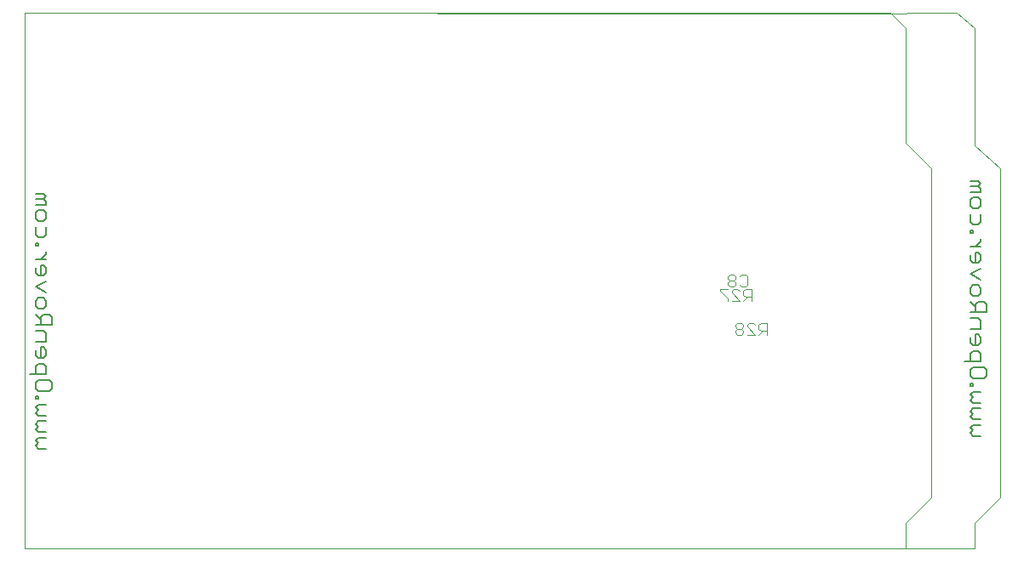
<source format=gbo>
G75*
%MOIN*%
%OFA0B0*%
%FSLAX25Y25*%
%IPPOS*%
%LPD*%
%AMOC8*
5,1,8,0,0,1.08239X$1,22.5*
%
%ADD10C,0.00000*%
%ADD11C,0.00600*%
%ADD12C,0.00400*%
D10*
X0005000Y0005000D02*
X0005000Y0215000D01*
X0344000Y0215000D01*
X0350000Y0209000D01*
X0350000Y0164000D01*
X0360000Y0154000D01*
X0360000Y0025000D01*
X0350000Y0015000D01*
X0350000Y0005000D01*
X0005000Y0005000D01*
X0005000Y0215000D01*
X0330921Y0214701D01*
X0370000Y0215000D01*
X0377000Y0209000D01*
X0377000Y0163000D01*
X0387000Y0154000D01*
X0387000Y0025000D01*
X0377000Y0015000D01*
X0377000Y0005000D01*
X0005000Y0005000D01*
D11*
X0010368Y0044246D02*
X0009300Y0045314D01*
X0010368Y0046381D01*
X0009300Y0047449D01*
X0010368Y0048516D01*
X0013570Y0048516D01*
X0013570Y0050692D02*
X0010368Y0050692D01*
X0009300Y0051759D01*
X0010368Y0052827D01*
X0009300Y0053894D01*
X0010368Y0054962D01*
X0013570Y0054962D01*
X0013570Y0057137D02*
X0010368Y0057137D01*
X0009300Y0058205D01*
X0010368Y0059272D01*
X0009300Y0060340D01*
X0010368Y0061407D01*
X0013570Y0061407D01*
X0010368Y0063583D02*
X0010368Y0064650D01*
X0009300Y0064650D01*
X0009300Y0063583D01*
X0010368Y0063583D01*
X0010368Y0066805D02*
X0009300Y0067873D01*
X0009300Y0070008D01*
X0010368Y0071076D01*
X0014638Y0071076D01*
X0015705Y0070008D01*
X0015705Y0067873D01*
X0014638Y0066805D01*
X0010368Y0066805D01*
X0009300Y0073251D02*
X0009300Y0076454D01*
X0010368Y0077521D01*
X0012503Y0077521D01*
X0013570Y0076454D01*
X0013570Y0073251D01*
X0007165Y0073251D01*
X0010368Y0079696D02*
X0012503Y0079696D01*
X0013570Y0080764D01*
X0013570Y0082899D01*
X0012503Y0083967D01*
X0011435Y0083967D01*
X0011435Y0079696D01*
X0010368Y0079696D02*
X0009300Y0080764D01*
X0009300Y0082899D01*
X0009300Y0086142D02*
X0013570Y0086142D01*
X0013570Y0089345D01*
X0012503Y0090412D01*
X0009300Y0090412D01*
X0009300Y0092587D02*
X0015705Y0092587D01*
X0015705Y0095790D01*
X0014638Y0096858D01*
X0012503Y0096858D01*
X0011435Y0095790D01*
X0011435Y0092587D01*
X0011435Y0094722D02*
X0009300Y0096858D01*
X0010368Y0099033D02*
X0009300Y0100100D01*
X0009300Y0102236D01*
X0010368Y0103303D01*
X0012503Y0103303D01*
X0013570Y0102236D01*
X0013570Y0100100D01*
X0012503Y0099033D01*
X0010368Y0099033D01*
X0013570Y0105478D02*
X0009300Y0107613D01*
X0013570Y0109749D01*
X0012503Y0111924D02*
X0010368Y0111924D01*
X0009300Y0112991D01*
X0009300Y0115127D01*
X0011435Y0116194D02*
X0011435Y0111924D01*
X0012503Y0111924D02*
X0013570Y0112991D01*
X0013570Y0115127D01*
X0012503Y0116194D01*
X0011435Y0116194D01*
X0011435Y0118369D02*
X0013570Y0120504D01*
X0013570Y0121572D01*
X0010368Y0123741D02*
X0010368Y0124808D01*
X0009300Y0124808D01*
X0009300Y0123741D01*
X0010368Y0123741D01*
X0010368Y0126963D02*
X0009300Y0128031D01*
X0009300Y0131234D01*
X0010368Y0133409D02*
X0009300Y0134476D01*
X0009300Y0136612D01*
X0010368Y0137679D01*
X0012503Y0137679D01*
X0013570Y0136612D01*
X0013570Y0134476D01*
X0012503Y0133409D01*
X0010368Y0133409D01*
X0013570Y0131234D02*
X0013570Y0128031D01*
X0012503Y0126963D01*
X0010368Y0126963D01*
X0009300Y0118369D02*
X0013570Y0118369D01*
X0013570Y0139854D02*
X0009300Y0139854D01*
X0009300Y0141989D02*
X0012503Y0141989D01*
X0013570Y0143057D01*
X0012503Y0144125D01*
X0009300Y0144125D01*
X0012503Y0141989D02*
X0013570Y0140922D01*
X0013570Y0139854D01*
X0013570Y0044246D02*
X0010368Y0044246D01*
X0373165Y0078251D02*
X0379570Y0078251D01*
X0379570Y0081454D01*
X0378503Y0082521D01*
X0376368Y0082521D01*
X0375300Y0081454D01*
X0375300Y0078251D01*
X0376368Y0076076D02*
X0380638Y0076076D01*
X0381705Y0075008D01*
X0381705Y0072873D01*
X0380638Y0071805D01*
X0376368Y0071805D01*
X0375300Y0072873D01*
X0375300Y0075008D01*
X0376368Y0076076D01*
X0376368Y0069650D02*
X0375300Y0069650D01*
X0375300Y0068583D01*
X0376368Y0068583D01*
X0376368Y0069650D01*
X0376368Y0066407D02*
X0379570Y0066407D01*
X0376368Y0066407D02*
X0375300Y0065340D01*
X0376368Y0064272D01*
X0375300Y0063205D01*
X0376368Y0062137D01*
X0379570Y0062137D01*
X0379570Y0059962D02*
X0376368Y0059962D01*
X0375300Y0058894D01*
X0376368Y0057827D01*
X0375300Y0056759D01*
X0376368Y0055692D01*
X0379570Y0055692D01*
X0379570Y0053516D02*
X0376368Y0053516D01*
X0375300Y0052449D01*
X0376368Y0051381D01*
X0375300Y0050314D01*
X0376368Y0049246D01*
X0379570Y0049246D01*
X0378503Y0084696D02*
X0376368Y0084696D01*
X0375300Y0085764D01*
X0375300Y0087899D01*
X0377435Y0088967D02*
X0377435Y0084696D01*
X0378503Y0084696D02*
X0379570Y0085764D01*
X0379570Y0087899D01*
X0378503Y0088967D01*
X0377435Y0088967D01*
X0375300Y0091142D02*
X0379570Y0091142D01*
X0379570Y0094345D01*
X0378503Y0095412D01*
X0375300Y0095412D01*
X0375300Y0097587D02*
X0381705Y0097587D01*
X0381705Y0100790D01*
X0380638Y0101858D01*
X0378503Y0101858D01*
X0377435Y0100790D01*
X0377435Y0097587D01*
X0377435Y0099722D02*
X0375300Y0101858D01*
X0376368Y0104033D02*
X0375300Y0105100D01*
X0375300Y0107236D01*
X0376368Y0108303D01*
X0378503Y0108303D01*
X0379570Y0107236D01*
X0379570Y0105100D01*
X0378503Y0104033D01*
X0376368Y0104033D01*
X0379570Y0110478D02*
X0375300Y0112613D01*
X0379570Y0114749D01*
X0378503Y0116924D02*
X0376368Y0116924D01*
X0375300Y0117991D01*
X0375300Y0120127D01*
X0377435Y0121194D02*
X0377435Y0116924D01*
X0378503Y0116924D02*
X0379570Y0117991D01*
X0379570Y0120127D01*
X0378503Y0121194D01*
X0377435Y0121194D01*
X0377435Y0123369D02*
X0379570Y0125504D01*
X0379570Y0126572D01*
X0376368Y0128741D02*
X0376368Y0129808D01*
X0375300Y0129808D01*
X0375300Y0128741D01*
X0376368Y0128741D01*
X0376368Y0131963D02*
X0375300Y0133031D01*
X0375300Y0136234D01*
X0376368Y0138409D02*
X0375300Y0139476D01*
X0375300Y0141612D01*
X0376368Y0142679D01*
X0378503Y0142679D01*
X0379570Y0141612D01*
X0379570Y0139476D01*
X0378503Y0138409D01*
X0376368Y0138409D01*
X0379570Y0136234D02*
X0379570Y0133031D01*
X0378503Y0131963D01*
X0376368Y0131963D01*
X0375300Y0123369D02*
X0379570Y0123369D01*
X0379570Y0144854D02*
X0375300Y0144854D01*
X0375300Y0146989D02*
X0378503Y0146989D01*
X0379570Y0148057D01*
X0378503Y0149125D01*
X0375300Y0149125D01*
X0378503Y0146989D02*
X0379570Y0145922D01*
X0379570Y0144854D01*
D12*
X0288197Y0111607D02*
X0288197Y0108538D01*
X0287430Y0107771D01*
X0285895Y0107771D01*
X0285128Y0108538D01*
X0283593Y0108538D02*
X0282826Y0107771D01*
X0281291Y0107771D01*
X0280524Y0108538D01*
X0280524Y0109305D01*
X0281291Y0110073D01*
X0282826Y0110073D01*
X0283593Y0110840D01*
X0283593Y0111607D01*
X0282826Y0112375D01*
X0281291Y0112375D01*
X0280524Y0111607D01*
X0280524Y0110840D01*
X0281291Y0110073D01*
X0282826Y0110073D02*
X0283593Y0109305D01*
X0283593Y0108538D01*
X0284259Y0106824D02*
X0282725Y0106824D01*
X0281958Y0106056D01*
X0281958Y0105289D01*
X0285027Y0102220D01*
X0281958Y0102220D01*
X0280423Y0102220D02*
X0280423Y0102987D01*
X0277354Y0106056D01*
X0277354Y0106824D01*
X0280423Y0106824D01*
X0284259Y0106824D02*
X0285027Y0106056D01*
X0286561Y0106056D02*
X0286561Y0104522D01*
X0287329Y0103754D01*
X0289631Y0103754D01*
X0289631Y0102220D02*
X0289631Y0106824D01*
X0287329Y0106824D01*
X0286561Y0106056D01*
X0288096Y0103754D02*
X0286561Y0102220D01*
X0285691Y0093493D02*
X0284156Y0093493D01*
X0283389Y0092726D01*
X0283389Y0091958D01*
X0284156Y0091191D01*
X0285691Y0091191D01*
X0286458Y0091958D01*
X0286458Y0092726D01*
X0285691Y0093493D01*
X0285691Y0091191D02*
X0286458Y0090424D01*
X0286458Y0089656D01*
X0285691Y0088889D01*
X0284156Y0088889D01*
X0283389Y0089656D01*
X0283389Y0090424D01*
X0284156Y0091191D01*
X0287993Y0091958D02*
X0291062Y0088889D01*
X0287993Y0088889D01*
X0287993Y0091958D02*
X0287993Y0092726D01*
X0288760Y0093493D01*
X0290295Y0093493D01*
X0291062Y0092726D01*
X0292597Y0092726D02*
X0293364Y0093493D01*
X0295666Y0093493D01*
X0295666Y0088889D01*
X0295666Y0090424D02*
X0293364Y0090424D01*
X0292597Y0091191D01*
X0292597Y0092726D01*
X0294132Y0090424D02*
X0292597Y0088889D01*
X0288197Y0111607D02*
X0287430Y0112375D01*
X0285895Y0112375D01*
X0285128Y0111607D01*
M02*

</source>
